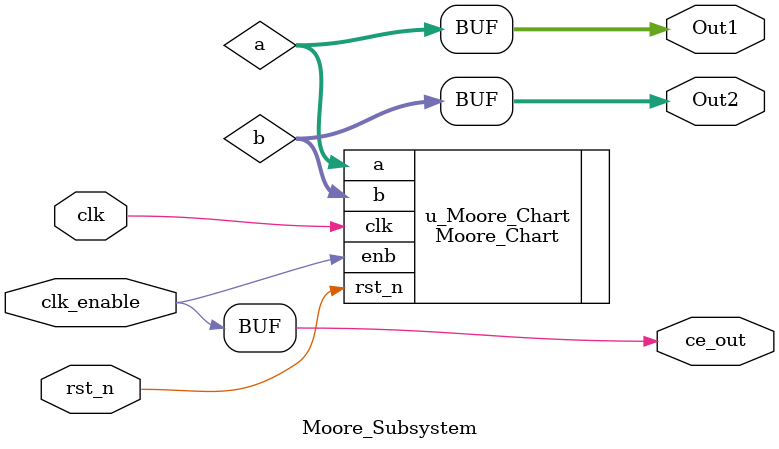
<source format=v>



`timescale 1 ns / 1 ns

module Moore_Subsystem
          (
           clk,
           rst_n,
           clk_enable,
           ce_out,
           Out1,
           Out2
          );


  input   clk;
  input   rst_n;
  input   clk_enable;
  output  ce_out;
  output  [63:0] Out1;  // double
  output  [63:0] Out2;  // double


  wire [63:0] a;  // ufix64
  wire [63:0] b;  // ufix64


  Moore_Chart   u_Moore_Chart   (.clk(clk),
                                 .rst_n(rst_n),
                                 .enb(clk_enable),
                                 .a(a),  // double
                                 .b(b)  // double
                                 );

  assign ce_out = clk_enable;

  assign Out1 = a;

  assign Out2 = b;

endmodule  // Moore_Subsystem


</source>
